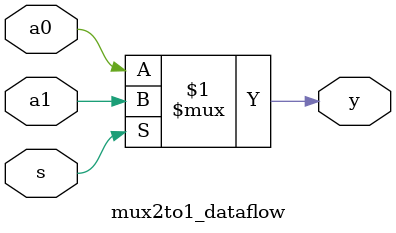
<source format=v>

`timescale 1ns / 1ps

module mux2to1_dataflow(input a0,
                        input a1,
                        input s,
                        output y );
                        
    //assign y = (~s & a0) | (s & a1);  
    assign y = s ? a1 : a0;                        
endmodule

</source>
